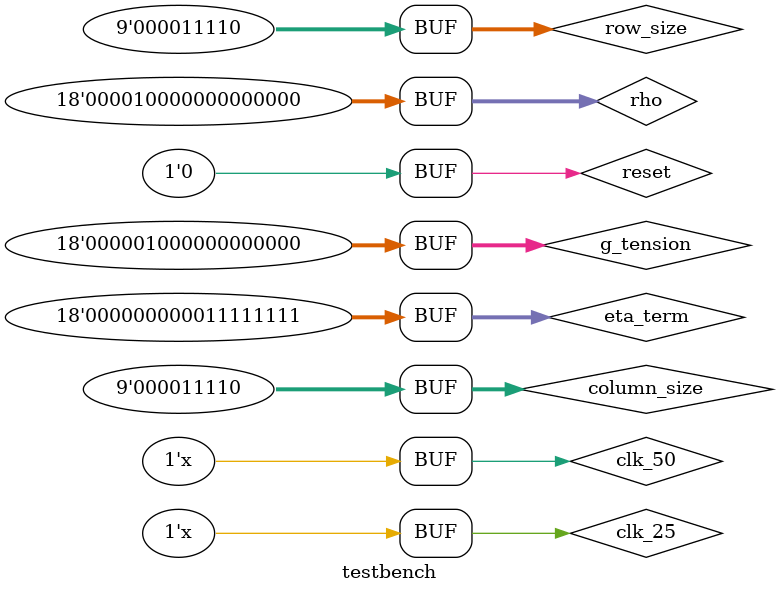
<source format=v>
`timescale 1ns/1ns
`include "/lab2_node_grid.v"


module testbench();
	
	reg clk_50, clk_25, reset;
	
	reg          [31:0] index;

	reg  signed  [17:0]  rho;
	reg  signed  [17:0]  g_tension;
	reg  signed  [17:0]  eta_term;

	wire signed  [17:0] out;
	

	reg			 [8:0]   column_size;
	reg          [8:0]   row_size;
	
	

	
	//Initialize constants
	initial begin
		rho              = 18'h02000;
		eta_term         = 18'h000ff;	
		g_tension        = 18'h01000;
		column_size      = 9'd30;
		row_size         = 9'd30;  //actually useless; need to set parameter directly
	end

	
	//Initialize clocks and index
	initial begin
		clk_50 = 1'b0;
		clk_25 = 1'b0;
		index  = 32'd0;
		//testbench_out = 15'd0 ;
	end
	
	//Toggle the clocks
	always begin
		#10
		clk_50  = !clk_50;
	end
	
	always begin
		#20
		clk_25  = !clk_25;
	end
	
	//Intialize and drive signals
	initial begin
		reset  = 1'b0;
		#10 
		reset  = 1'b1;
		#30
		reset  = 1'b0;

	end
	
	//Increment index
	always @ (posedge clk_50) begin
		index  <= index + 32'd1;
	end
	
	
	
	node_grid  #(.row_size(30)) my_grid (
		.clk             (clk_50),
		.reset           (reset),
		.column_size     (column_size),
		.rho             (rho),
		.g_tension       (g_tension),
		.eta_term        (eta_term),
		.center_node_amp (out)
	);
	
	
	
endmodule

</source>
